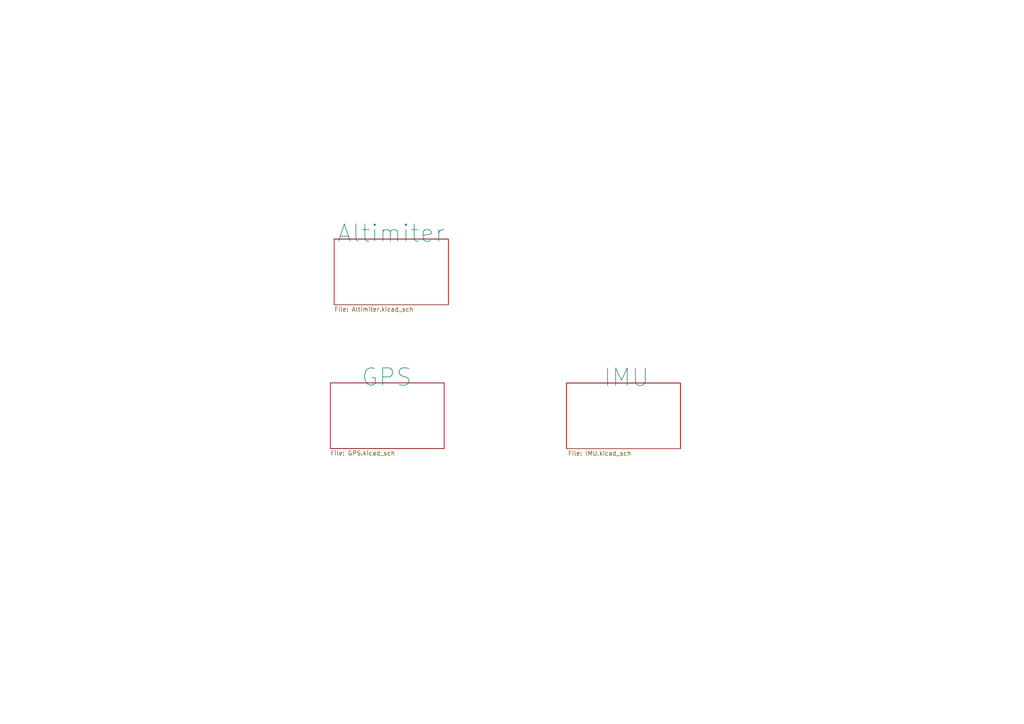
<source format=kicad_sch>
(kicad_sch (version 20230121) (generator eeschema)

  (uuid f8c32f63-d64e-4208-a10b-0a88cfa95c5a)

  (paper "A4")

  (lib_symbols
  )


  (sheet (at 95.8088 111.0488) (size 33.02 19.05)
    (stroke (width 0.1524) (type solid))
    (fill (color 0 0 0 0.0000))
    (uuid 1779a4fe-9c52-417c-a398-15f97b81d3f4)
    (property "Sheetname" "GPS" (at 104.6988 112.3188 0)
      (effects (font (size 5 5)) (justify left bottom))
    )
    (property "Sheetfile" "GPS.kicad_sch" (at 95.8088 130.6834 0)
      (effects (font (size 1.27 1.27)) (justify left top))
    )
    (instances
      (project "AvionicsV0"
        (path "/e63e39d7-6ac0-4ffd-8aa3-1841a4541b55/d0780931-fd80-4887-ae40-469dcb55b038" (page "9"))
      )
    )
  )

  (sheet (at 96.9264 69.342) (size 33.1216 19.05)
    (stroke (width 0.1524) (type solid))
    (fill (color 0 0 0 0.0000))
    (uuid 3a3bfbd6-c616-42f1-9eef-1ca717dd3dba)
    (property "Sheetname" "Altimiter " (at 97.6376 70.5612 0)
      (effects (font (size 5 5)) (justify left bottom))
    )
    (property "Sheetfile" "Altimiter.kicad_sch" (at 96.9264 88.9766 0)
      (effects (font (size 1.27 1.27)) (justify left top))
    )
    (instances
      (project "AvionicsV0"
        (path "/e63e39d7-6ac0-4ffd-8aa3-1841a4541b55/d0780931-fd80-4887-ae40-469dcb55b038" (page "7"))
      )
    )
  )

  (sheet (at 164.2872 111.0996) (size 33.0708 19.05)
    (stroke (width 0.1524) (type solid))
    (fill (color 0 0 0 0.0000))
    (uuid 5fd9cd45-83db-44e1-8378-6ef417a62416)
    (property "Sheetname" "IMU" (at 174.9044 112.3696 0)
      (effects (font (size 5 5)) (justify left bottom))
    )
    (property "Sheetfile" "IMU.kicad_sch" (at 164.6936 130.7592 0)
      (effects (font (size 1.27 1.27)) (justify left top))
    )
    (instances
      (project "AvionicsV0"
        (path "/e63e39d7-6ac0-4ffd-8aa3-1841a4541b55/d0780931-fd80-4887-ae40-469dcb55b038" (page "10"))
      )
    )
  )
)

</source>
